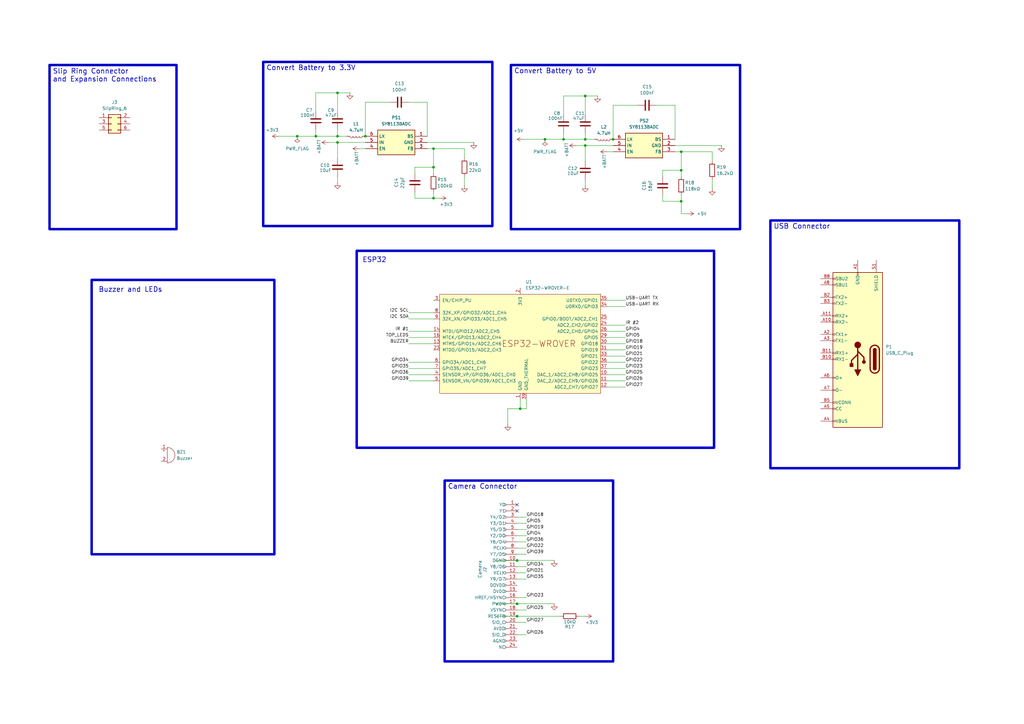
<source format=kicad_sch>
(kicad_sch (version 20250114) (generator "eeschema") (generator_version "9.0")
  (paper "A3")
  (lib_symbols
    (symbol "Connector:Conn_01x24_Socket" (pin_names (offset 1.016))
      (property "Reference" "J2" (at 2.54 -1.27 90))
      (property "Value" "Camera" (at 5.08 -1.27 90))
      (symbol "Conn_01x24_Socket_1_1"
        (polyline (pts (xy -1.27 27.94) (xy -0.508 27.94)) (stroke (width 0.1524)))
        (polyline (pts (xy -1.27 25.4) (xy -0.508 25.4)) (stroke (width 0.1524)))
        (polyline (pts (xy -1.27 22.86) (xy -0.508 22.86)) (stroke (width 0.1524)))
        (polyline (pts (xy -1.27 20.32) (xy -0.508 20.32)) (stroke (width 0.1524)))
        (polyline (pts (xy -1.27 17.78) (xy -0.508 17.78)) (stroke (width 0.1524)))
        (polyline (pts (xy -1.27 15.24) (xy -0.508 15.24)) (stroke (width 0.1524)))
        (polyline (pts (xy -1.27 12.7) (xy -0.508 12.7)) (stroke (width 0.1524)))
        (polyline (pts (xy -1.27 10.16) (xy -0.508 10.16)) (stroke (width 0.1524)))
        (polyline (pts (xy -1.27 7.62) (xy -0.508 7.62)) (stroke (width 0.1524)))
        (polyline (pts (xy -1.27 5.08) (xy -0.508 5.08)) (stroke (width 0.1524)))
        (polyline (pts (xy -1.27 2.54) (xy -0.508 2.54)) (stroke (width 0.1524)))
        (polyline (pts (xy -1.27 0) (xy -0.508 0)) (stroke (width 0.1524)))
        (polyline (pts (xy -1.27 -2.54) (xy -0.508 -2.54)) (stroke (width 0.1524)))
        (polyline (pts (xy -1.27 -5.08) (xy -0.508 -5.08)) (stroke (width 0.1524)))
        (polyline (pts (xy -1.27 -7.62) (xy -0.508 -7.62)) (stroke (width 0.1524)))
        (polyline (pts (xy -1.27 -10.16) (xy -0.508 -10.16)) (stroke (width 0.1524)))
        (polyline (pts (xy -1.27 -12.7) (xy -0.508 -12.7)) (stroke (width 0.1524)))
        (polyline (pts (xy -1.27 -15.24) (xy -0.508 -15.24)) (stroke (width 0.1524)))
        (polyline (pts (xy -1.27 -17.78) (xy -0.508 -17.78)) (stroke (width 0.1524)))
        (polyline (pts (xy -1.27 -20.32) (xy -0.508 -20.32)) (stroke (width 0.1524)))
        (polyline (pts (xy -1.27 -22.86) (xy -0.508 -22.86)) (stroke (width 0.1524)))
        (polyline (pts (xy -1.27 -25.4) (xy -0.508 -25.4)) (stroke (width 0.1524)))
        (polyline (pts (xy -1.27 -27.94) (xy -0.508 -27.94)) (stroke (width 0.1524)))
        (polyline (pts (xy -1.27 -30.48) (xy -0.508 -30.48)) (stroke (width 0.1524)))
        (arc (start 0 27.432) (mid -0.5058 27.94) (end 0 28.448) (stroke (width 0.1524)))
        (arc (start 0 24.892) (mid -0.5058 25.4) (end 0 25.908) (stroke (width 0.1524)))
        (arc (start 0 22.352) (mid -0.5058 22.86) (end 0 23.368) (stroke (width 0.1524)))
        (arc (start 0 19.812) (mid -0.5058 20.32) (end 0 20.828) (stroke (width 0.1524)))
        (arc (start 0 17.272) (mid -0.5058 17.78) (end 0 18.288) (stroke (width 0.1524)))
        (arc (start 0 14.732) (mid -0.5058 15.24) (end 0 15.748) (stroke (width 0.1524)))
        (arc (start 0 12.192) (mid -0.5058 12.7) (end 0 13.208) (stroke (width 0.1524)))
        (arc (start 0 9.652) (mid -0.5058 10.16) (end 0 10.668) (stroke (width 0.1524)))
        (arc (start 0 7.112) (mid -0.5058 7.62) (end 0 8.128) (stroke (width 0.1524)))
        (arc (start 0 4.572) (mid -0.5058 5.08) (end 0 5.588) (stroke (width 0.1524)))
        (arc (start 0 2.032) (mid -0.5058 2.54) (end 0 3.048) (stroke (width 0.1524)))
        (arc (start 0 -0.508) (mid -0.5058 0) (end 0 0.508) (stroke (width 0.1524)))
        (arc (start 0 -3.048) (mid -0.5058 -2.54) (end 0 -2.032) (stroke (width 0.1524)))
        (arc (start 0 -5.588) (mid -0.5058 -5.08) (end 0 -4.572) (stroke (width 0.1524)))
        (arc (start 0 -8.128) (mid -0.5058 -7.62) (end 0 -7.112) (stroke (width 0.1524)))
        (arc (start 0 -10.668) (mid -0.5058 -10.16) (end 0 -9.652) (stroke (width 0.1524)))
        (arc (start 0 -13.208) (mid -0.5058 -12.7) (end 0 -12.192) (stroke (width 0.1524)))
        (arc (start 0 -15.748) (mid -0.5058 -15.24) (end 0 -14.732) (stroke (width 0.1524)))
        (arc (start 0 -18.288) (mid -0.5058 -17.78) (end 0 -17.272) (stroke (width 0.1524)))
        (arc (start 0 -20.828) (mid -0.5058 -20.32) (end 0 -19.812) (stroke (width 0.1524)))
        (arc (start 0 -23.368) (mid -0.5058 -22.86) (end 0 -22.352) (stroke (width 0.1524)))
        (arc (start 0 -25.908) (mid -0.5058 -25.4) (end 0 -24.892) (stroke (width 0.1524)))
        (arc (start 0 -28.448) (mid -0.5058 -27.94) (end 0 -27.432) (stroke (width 0.1524)))
        (arc (start 0 -30.988) (mid -0.5058 -30.48) (end 0 -29.972) (stroke (width 0.1524)))
        (pin passive line (at -5.08 27.94 0) (length 3.81) (name "Y0") (number "1"))
        (pin passive line (at -5.08 25.4 0) (length 3.81) (name "Y1") (number "2"))
        (pin passive line (at -5.08 22.86 0) (length 3.81) (name "Y4/D2") (number "3"))
        (pin passive line (at -5.08 20.32 0) (length 3.81) (name "Y3/D1") (number "4"))
        (pin passive line (at -5.08 17.78 0) (length 3.81) (name "Y5/D3") (number "5"))
        (pin passive line (at -5.08 15.24 0) (length 3.81) (name "Y2/D0") (number "6"))
        (pin passive line (at -5.08 12.7 0) (length 3.81) (name "Y6/D4") (number "7"))
        (pin passive line (at -5.08 10.16 0) (length 3.81) (name "PCLK") (number "8"))
        (pin passive line (at -5.08 7.62 0) (length 3.81) (name "Y7/D5") (number "9"))
        (pin passive line (at -5.08 5.08 0) (length 3.81) (name "DGND") (number "10"))
        (pin passive line (at -5.08 2.54 0) (length 3.81) (name "Y8/D6") (number "11"))
        (pin passive line (at -5.08 0 0) (length 3.81) (name "XCLK") (number "12"))
        (pin passive line (at -5.08 -2.54 0) (length 3.81) (name "Y9/D7") (number "13"))
        (pin passive line (at -5.08 -5.08 0) (length 3.81) (name "DOVDD") (number "14"))
        (pin passive line (at -5.08 -7.62 0) (length 3.81) (name "DVDD") (number "15"))
        (pin passive line (at -5.08 -10.16 0) (length 3.81) (name "HREF/HSYNC") (number "16"))
        (pin passive line (at -5.08 -12.7 0) (length 3.81) (name "PWDN") (number "17"))
        (pin passive line (at -5.08 -15.24 0) (length 3.81) (name "VSYNC") (number "18"))
        (pin passive line (at -5.08 -17.78 0) (length 3.81) (name "RESETB") (number "19"))
        (pin passive line (at -5.08 -20.32 0) (length 3.81) (name "SIO_C") (number "20"))
        (pin passive line (at -5.08 -22.86 0) (length 3.81) (name "AVDD") (number "21"))
        (pin passive line (at -5.08 -25.4 0) (length 3.81) (name "SIO_D") (number "22"))
        (pin passive line (at -5.08 -27.94 0) (length 3.81) (name "AGND") (number "23"))
        (pin passive line (at -5.08 -30.48 0) (length 3.81) (name "NC") (number "24"))
      )
    )
    (symbol "Connector:USB_C_Plug" (pin_names (offset 1.016))
      (property "Reference" "P" (at -10.16 29.21 0))
      (property "Value" "USB_C_Plug" (at 10.16 29.21 0))
      (symbol "USB_C_Plug_0_0"
        (rectangle (start -0.254 -35.56) (end 0.254 -34.544))
        (rectangle (start 10.16 25.654) (end 9.144 25.146))
        (rectangle (start 10.16 20.574) (end 9.144 20.066))
        (rectangle (start 10.16 18.034) (end 9.144 17.526))
        (rectangle (start 10.16 12.954) (end 9.144 12.446))
        (rectangle (start 10.16 7.874) (end 9.144 7.366))
        (rectangle (start 10.16 0.254) (end 9.144 -0.254))
        (rectangle (start 10.16 -2.286) (end 9.144 -2.794))
        (rectangle (start 10.16 -7.366) (end 9.144 -7.874))
        (rectangle (start 10.16 -9.906) (end 9.144 -10.414))
        (rectangle (start 10.16 -14.986) (end 9.144 -15.494))
        (rectangle (start 10.16 -17.526) (end 9.144 -18.034))
        (rectangle (start 10.16 -22.606) (end 9.144 -23.114))
        (rectangle (start 10.16 -25.146) (end 9.144 -25.654))
        (rectangle (start 10.16 -30.226) (end 9.144 -30.734))
        (rectangle (start 10.16 -32.766) (end 9.144 -33.274))
      )
      (symbol "USB_C_Plug_0_1"
        (rectangle (start -10.16 27.94) (end 10.16 -35.56) (stroke (width 0.254)) (fill (type background)))
        (polyline (pts (xy -8.89 -3.81) (xy -8.89 3.81)) (stroke (width 0.508)))
        (rectangle (start -7.62 -3.81) (end -6.35 3.81) (stroke (width 0.254)) (fill (type outline)))
        (arc (start -7.62 3.81) (mid -6.985 4.4423) (end -6.35 3.81) (stroke (width 0.254)))
        (arc (start -7.62 3.81) (mid -6.985 4.4423) (end -6.35 3.81) (stroke (width 0.254)) (fill (type outline)))
        (arc (start -8.89 3.81) (mid -6.985 5.7067) (end -5.08 3.81) (stroke (width 0.508)))
        (arc (start -5.08 -3.81) (mid -6.985 -5.7067) (end -8.89 -3.81) (stroke (width 0.508)))
        (arc (start -6.35 -3.81) (mid -6.985 -4.4423) (end -7.62 -3.81) (stroke (width 0.254)))
        (arc (start -6.35 -3.81) (mid -6.985 -4.4423) (end -7.62 -3.81) (stroke (width 0.254)) (fill (type outline)))
        (polyline (pts (xy -5.08 3.81) (xy -5.08 -3.81)) (stroke (width 0.508)))
      )
      (symbol "USB_C_Plug_1_1"
        (circle (center -2.54 1.143) (radius 0.635) (stroke (width 0.254)) (fill (type outline)))
        (polyline (pts (xy -1.27 4.318) (xy 0 6.858) (xy 1.27 4.318) (xy -1.27 4.318)) (stroke (width 0.254)) (fill (type outline)))
        (polyline (pts (xy 0 -2.032) (xy 2.54 0.508) (xy 2.54 1.778)) (stroke (width 0.508)))
        (polyline (pts (xy 0 -3.302) (xy -2.54 -0.762) (xy -2.54 0.508)) (stroke (width 0.508)))
        (polyline (pts (xy 0 -5.842) (xy 0 4.318)) (stroke (width 0.508)))
        (circle (center 0 -5.842) (radius 1.27) (fill (type outline)))
        (rectangle (start 1.905 1.778) (end 3.175 3.048) (stroke (width 0.254)) (fill (type outline)))
        (pin passive line (at -7.62 -40.64 90) (length 5.08) (name "SHIELD") (number "S1"))
        (pin passive line (at 0 -40.64 90) (length 5.08) (name "GND") (number "A1"))
        (pin passive line (at 0 -40.64 90) (length 5.08) (hide yes) (name "GND") (number "A12"))
        (pin passive line (at 0 -40.64 90) (length 5.08) (hide yes) (name "GND") (number "B1"))
        (pin passive line (at 0 -40.64 90) (length 5.08) (hide yes) (name "GND") (number "B12"))
        (pin passive line (at 15.24 25.4 180) (length 5.08) (name "VBUS") (number "A4"))
        (pin passive line (at 15.24 25.4 180) (length 5.08) (hide yes) (name "VBUS") (number "A9"))
        (pin passive line (at 15.24 25.4 180) (length 5.08) (hide yes) (name "VBUS") (number "B4"))
        (pin passive line (at 15.24 25.4 180) (length 5.08) (hide yes) (name "VBUS") (number "B9"))
        (pin bidirectional line (at 15.24 20.32 180) (length 5.08) (name "CC") (number "A5"))
        (pin bidirectional line (at 15.24 17.78 180) (length 5.08) (name "VCONN") (number "B5"))
        (pin bidirectional line (at 15.24 12.7 180) (length 5.08) (name "D-") (number "A7"))
        (pin bidirectional line (at 15.24 7.62 180) (length 5.08) (name "D+") (number "A6"))
        (pin bidirectional line (at 15.24 0 180) (length 5.08) (name "RX1-") (number "B10"))
        (pin bidirectional line (at 15.24 -2.54 180) (length 5.08) (name "RX1+") (number "B11"))
        (pin bidirectional line (at 15.24 -7.62 180) (length 5.08) (name "TX1-") (number "A3"))
        (pin bidirectional line (at 15.24 -10.16 180) (length 5.08) (name "TX1+") (number "A2"))
        (pin bidirectional line (at 15.24 -15.24 180) (length 5.08) (name "RX2-") (number "A10"))
        (pin bidirectional line (at 15.24 -17.78 180) (length 5.08) (name "RX2+") (number "A11"))
        (pin bidirectional line (at 15.24 -22.86 180) (length 5.08) (name "TX2-") (number "B3"))
        (pin bidirectional line (at 15.24 -25.4 180) (length 5.08) (name "TX2+") (number "B2"))
        (pin bidirectional line (at 15.24 -30.48 180) (length 5.08) (name "SBU1") (number "A8"))
        (pin bidirectional line (at 15.24 -33.02 180) (length 5.08) (name "SBU2") (number "B8"))
      )
    )
    (symbol "Connector_Generic:Conn_02x03_Odd_Even" (pin_names (offset 1.016) (hide yes))
      (property "Reference" "J" (at 1.27 5.08 0))
      (property "Value" "Conn_02x03_Odd_Even" (at 1.27 -5.08 0))
      (symbol "Conn_02x03_Odd_Even_1_1"
        (rectangle (start -1.27 3.81) (end 3.81 -3.81) (stroke (width 0.254)) (fill (type background)))
        (rectangle (start -1.27 2.667) (end 0 2.413) (stroke (width 0.1524)))
        (rectangle (start -1.27 0.127) (end 0 -0.127) (stroke (width 0.1524)))
        (rectangle (start -1.27 -2.413) (end 0 -2.667) (stroke (width 0.1524)))
        (rectangle (start 3.81 2.667) (end 2.54 2.413) (stroke (width 0.1524)))
        (rectangle (start 3.81 0.127) (end 2.54 -0.127) (stroke (width 0.1524)))
        (rectangle (start 3.81 -2.413) (end 2.54 -2.667) (stroke (width 0.1524)))
        (pin passive line (at -5.08 2.54 0) (length 3.81) (name "Pin_1") (number "1"))
        (pin passive line (at -5.08 0 0) (length 3.81) (name "Pin_3") (number "3"))
        (pin passive line (at -5.08 -2.54 0) (length 3.81) (name "Pin_5") (number "5"))
        (pin passive line (at 7.62 2.54 180) (length 3.81) (name "Pin_2") (number "2"))
        (pin passive line (at 7.62 0 180) (length 3.81) (name "Pin_4") (number "4"))
        (pin passive line (at 7.62 -2.54 180) (length 3.81) (name "Pin_6") (number "6"))
      )
    )
    (symbol "Device:Buzzer" (pin_names (offset 0.0254) (hide yes))
      (property "Reference" "BZ" (at 3.81 1.27 0))
      (property "Value" "Buzzer" (at 3.81 -1.27 0))
      (symbol "Buzzer_0_1"
        (polyline (pts (xy -1.651 1.905) (xy -1.143 1.905)))
        (polyline (pts (xy -1.397 2.159) (xy -1.397 1.651)))
        (arc (start 0 3.175) (mid 3.1612 0) (end 0 -3.175))
        (polyline (pts (xy 0 3.175) (xy 0 -3.175)))
      )
      (symbol "Buzzer_1_1"
        (pin passive line (at -2.54 2.54 0) (length 2.54) (name "+") (number "1"))
        (pin passive line (at -2.54 -2.54 0) (length 2.54) (name "-") (number "2"))
      )
    )
    (symbol "Device:C" (pin_numbers (hide yes)) (pin_names (offset 0.254))
      (property "Reference" "C" (at 0.635 2.54 0))
      (property "Value" "C" (at 0.635 -2.54 0))
      (symbol "C_0_1"
        (polyline (pts (xy -2.032 0.762) (xy 2.032 0.762)) (stroke (width 0.508)))
        (polyline (pts (xy -2.032 -0.762) (xy 2.032 -0.762)) (stroke (width 0.508)))
      )
      (symbol "C_1_1"
        (pin passive line (at 0 3.81 270) (length 2.794) (name "~") (number "1"))
        (pin passive line (at 0 -3.81 90) (length 2.794) (name "~") (number "2"))
      )
    )
    (symbol "Device:L" (pin_numbers (hide yes)) (pin_names (offset 1.016) (hide yes))
      (property "Reference" "L" (at -1.27 0 90))
      (property "Value" "L" (at 1.905 0 90))
      (symbol "L_0_1"
        (arc (start 0 2.54) (mid 0.6323 1.905) (end 0 1.27))
        (arc (start 0 1.27) (mid 0.6323 0.635) (end 0 0))
        (arc (start 0 0) (mid 0.6323 -0.635) (end 0 -1.27))
        (arc (start 0 -1.27) (mid 0.6323 -1.905) (end 0 -2.54))
      )
      (symbol "L_1_1"
        (pin passive line (at 0 3.81 270) (length 1.27) (name "1") (number "1"))
        (pin passive line (at 0 -3.81 90) (length 1.27) (name "2") (number "2"))
      )
    )
    (symbol "Device:R" (pin_numbers (hide yes)) (pin_names (offset 0))
      (property "Reference" "R" (at 2.032 0 90))
      (property "Value" "R" (at 0 0 90))
      (symbol "R_0_1"
        (rectangle (start -1.016 -2.54) (end 1.016 2.54) (stroke (width 0.254)))
      )
      (symbol "R_1_1"
        (pin passive line (at 0 3.81 270) (length 1.27) (name "~") (number "1"))
        (pin passive line (at 0 -3.81 90) (length 1.27) (name "~") (number "2"))
      )
    )
    (symbol "PCM_Espressif:ESP32-WROVER-E" (pin_names (offset 1.016))
      (property "Reference" "U" (at -30.48 25.4 0))
      (property "Value" "ESP32-WROVER-E" (at -30.48 22.86 0))
      (symbol "ESP32-WROVER-E_0_1"
        (rectangle (start -33.02 20.32) (end 33.02 -20.32) (fill (type background)))
      )
      (symbol "ESP32-WROVER-E_1_1"
        (text "ESP32-­WROVER" (at 7.62 0 0) (effects (font (size 2.54 2.54))))
        (pin input line (at -35.56 17.78 0) (length 2.54) (name "EN/CHIP_PU") (number "3"))
        (pin bidirectional line (at -35.56 12.7 0) (length 2.54) (name "32K_XP/GPIO32/ADC1_CH4") (number "8"))
        (pin bidirectional line (at -35.56 10.16 0) (length 2.54) (name "32K_XN/GPIO33/ADC1_CH5") (number "9"))
        (pin bidirectional line (at -35.56 5.08 0) (length 2.54) (name "MTDI/GPIO12/ADC2_CH5") (number "14"))
        (pin bidirectional line (at -35.56 2.54 0) (length 2.54) (name "MTCK/GPIO13/ADC2_CH4") (number "16"))
        (pin bidirectional line (at -35.56 0 0) (length 2.54) (name "MTMS/GPIO14/ADC2_CH6") (number "13"))
        (pin bidirectional line (at -35.56 -2.54 0) (length 2.54) (name "MTDO/GPIO15/ADC2_CH3") (number "23"))
        (pin input line (at -35.56 -7.62 0) (length 2.54) (name "GPIO34/ADC1_CH6") (number "6"))
        (pin input line (at -35.56 -10.16 0) (length 2.54) (name "GPIO35/ADC1_CH7") (number "7"))
        (pin input line (at -35.56 -12.7 0) (length 2.54) (name "SENSOR_VP/GPIO36/ADC1_CH0") (number "4"))
        (pin input line (at -35.56 -15.24 0) (length 2.54) (name "SENSOR_VN/GPIO39/ADC1_CH3") (number "5"))
        (pin power_in line (at 0 22.86 270) (length 2.54) (name "3V3") (number "2"))
        (pin power_in line (at 0 -22.86 90) (length 2.54) (name "GND") (number "1"))
        (pin passive line (at 0 -22.86 90) (length 2.54) (hide yes) (name "GND") (number "15"))
        (pin passive line (at 0 -22.86 90) (length 2.54) (hide yes) (name "GND") (number "38"))
        (pin power_in line (at 2.54 -22.86 90) (length 2.54) (name "GND_THERMAL") (number "39"))
        (pin bidirectional line (at 35.56 17.78 180) (length 2.54) (name "U0TXD/GPIO1") (number "35"))
        (pin bidirectional line (at 35.56 15.24 180) (length 2.54) (name "U0RXD/GPIO3") (number "34"))
        (pin bidirectional line (at 35.56 10.16 180) (length 2.54) (name "GPIO0/BOOT/ADC2_CH1") (number "25"))
        (pin bidirectional line (at 35.56 7.62 180) (length 2.54) (name "ADC2_CH2/GPIO2") (number "24"))
        (pin bidirectional line (at 35.56 5.08 180) (length 2.54) (name "ADC2_CH0/GPIO4") (number "26"))
        (pin bidirectional line (at 35.56 2.54 180) (length 2.54) (name "GPIO5") (number "29"))
        (pin bidirectional line (at 35.56 0 180) (length 2.54) (name "GPIO18") (number "30"))
        (pin bidirectional line (at 35.56 -2.54 180) (length 2.54) (name "GPIO19") (number "31"))
        (pin bidirectional line (at 35.56 -5.08 180) (length 2.54) (name "GPIO21") (number "33"))
        (pin bidirectional line (at 35.56 -7.62 180) (length 2.54) (name "GPIO22") (number "36"))
        (pin bidirectional line (at 35.56 -10.16 180) (length 2.54) (name "GPIO23") (number "37"))
        (pin bidirectional line (at 35.56 -12.7 180) (length 2.54) (name "DAC_1/ADC2_CH8/GPIO25") (number "10"))
        (pin bidirectional line (at 35.56 -15.24 180) (length 2.54) (name "DAC_2/ADC2_CH9/GPIO26") (number "11"))
        (pin bidirectional line (at 35.56 -17.78 180) (length 2.54) (name "ADC2_CH7/GPIO27") (number "12"))
      )
    )
    (symbol "SY8113BADC:SY8113BADC"
      (property "Reference" "PS" (at 21.59 7.62 0))
      (property "Value" "SY8113BADC" (at 21.59 5.08 0))
      (symbol "SY8113BADC_1_1"
        (rectangle (start 5.08 2.54) (end 20.32 -7.62) (stroke (width 0.254)) (fill (type background)))
        (pin passive line (at 0 0 0) (length 5.08) (name "BS") (number "1"))
        (pin passive line (at 0 -2.54 0) (length 5.08) (name "GND") (number "2"))
        (pin passive line (at 0 -5.08 0) (length 5.08) (name "FB") (number "3"))
        (pin passive line (at 25.4 0 180) (length 5.08) (name "LX") (number "6"))
        (pin passive line (at 25.4 -2.54 180) (length 5.08) (name "IN") (number "5"))
        (pin passive line (at 25.4 -5.08 180) (length 5.08) (name "EN") (number "4"))
      )
    )
    (symbol "power:+3V3" (power) (pin_numbers (hide yes)) (pin_names (offset 0) (hide yes))
      (property "Value" "+3V3" (at 0 3.556 0))
      (symbol "+3V3_0_1"
        (polyline (pts (xy -0.762 1.27) (xy 0 2.54)))
        (polyline (pts (xy 0 2.54) (xy 0.762 1.27)))
        (polyline (pts (xy 0 0) (xy 0 2.54)))
      )
      (symbol "+3V3_1_1"
        (pin power_in line (at 0 0 90) (length 0) (name "~") (number "1"))
      )
    )
    (symbol "power:+5V" (power) (pin_numbers (hide yes)) (pin_names (offset 0) (hide yes))
      (property "Value" "+5V" (at 0 3.556 0))
      (symbol "+5V_0_1"
        (polyline (pts (xy -0.762 1.27) (xy 0 2.54)))
        (polyline (pts (xy 0 2.54) (xy 0.762 1.27)))
        (polyline (pts (xy 0 0) (xy 0 2.54)))
      )
      (symbol "+5V_1_1"
        (pin power_in line (at 0 0 90) (length 0) (name "~") (number "1"))
      )
    )
    (symbol "power:+BATT" (power) (pin_numbers (hide yes)) (pin_names (offset 0) (hide yes))
      (property "Value" "+BATT" (at 0 3.556 0))
      (symbol "+BATT_0_1"
        (polyline (pts (xy -0.762 1.27) (xy 0 2.54)))
        (polyline (pts (xy 0 2.54) (xy 0.762 1.27)))
        (polyline (pts (xy 0 0) (xy 0 2.54)))
      )
      (symbol "+BATT_1_1"
        (pin power_in line (at 0 0 90) (length 0) (name "~") (number "1"))
      )
    )
    (symbol "power:GND" (power) (pin_numbers (hide yes)) (pin_names (offset 0) (hide yes))
      (property "Value" "GND" (at 0 -3.81 0))
      (symbol "GND_0_1"
        (polyline (pts (xy 0 0) (xy 0 -1.27) (xy 1.27 -1.27) (xy 0 -2.54) (xy -1.27 -1.27) (xy 0 -1.27)))
      )
      (symbol "GND_1_1"
        (pin power_in line (at 0 0 270) (length 0) (name "~") (number "1"))
      )
    )
    (symbol "power:PWR_FLAG" (power) (pin_numbers (hide yes)) (pin_names (offset 0) (hide yes))
      (property "Value" "PWR_FLAG" (at 0 3.81 0))
      (symbol "PWR_FLAG_0_0"
        (pin power_out line (at 0 0 90) (length 0) (name "~") (number "1"))
      )
      (symbol "PWR_FLAG_0_1"
        (polyline (pts (xy 0 0) (xy 0 1.27) (xy -1.016 1.905) (xy 0 2.54) (xy 1.016 1.905) (xy 0 1.27)))
      )
    )
  )
  (rectangle (start 107.95 25.4) (end 201.93 92.71) (stroke (width 1.016)))
  (rectangle (start 37.592 114.808) (end 112.522 227.33) (stroke (width 1.016)))
  (rectangle (start 182.372 197.104) (end 251.46 271.272) (stroke (width 1.016)))
  (rectangle (start 20.32 26.67) (end 72.39 93.98) (stroke (width 1.016)))
  (rectangle (start 315.976 90.424) (end 393.446 192.024) (stroke (width 1.016)))
  (rectangle (start 146.304 102.87) (end 292.862 183.642) (stroke (width 1.016)))
  (rectangle (start 209.55 26.67) (end 303.53 93.98) (stroke (width 1.016)))
  (text "USB Connector" (at 317.246 92.964 0) (effects (font (size 2.032 2.032) (thickness 0.254) (bold yes)) (justify left)))
  (text "Convert Battery to 5V" (at 210.82 29.21 0) (effects (font (size 2.032 2.032) (thickness 0.254) (bold yes)) (justify left)))
  (text "ESP32" (at 148.59 106.68 0) (effects (font (size 2.032 2.032) (thickness 0.254) (bold yes)) (justify left)))
  (text "Camera Connector" (at 183.642 199.644 0) (effects (font (size 2.032 2.032) (thickness 0.254) (bold yes)) (justify left)))
  (text "Slip Ring Connector\nand Expansion Connections" (at 21.59 30.988 0) (effects (font (size 2.032 2.032) (thickness 0.254) (bold yes)) (justify left)))
  (text "Convert Battery to 3.3V" (at 109.22 27.94 0) (effects (font (size 2.032 2.032) (thickness 0.254) (bold yes)) (justify left)))
  (text "Buzzer and LEDs\n" (at 40.386 118.872 0) (effects (font (size 2.032 2.032) (thickness 0.254) (bold yes)) (justify left)))
  (junction (at 240.03 59.69))
  (junction (at 213.36 167.64))
  (junction (at 129.54 55.88))
  (junction (at 251.46 57.15))
  (junction (at 138.43 55.88))
  (junction (at 240.03 39.37))
  (junction (at 212.09 252.73))
  (junction (at 279.4 82.55))
  (junction (at 138.43 58.42))
  (junction (at 138.43 38.1))
  (junction (at 149.86 55.88))
  (junction (at 121.92 55.88))
  (junction (at 223.52 57.15))
  (junction (at 177.8 81.28))
  (junction (at 279.4 69.85))
  (junction (at 177.8 60.96))
  (junction (at 231.14 57.15))
  (junction (at 279.4 62.23))
  (junction (at 177.8 68.58))
  (junction (at 212.09 229.87))
  (junction (at 212.09 247.65))
  (junction (at 240.03 57.15))
  (no_connect (at 212.09 207.01))
  (no_connect (at 212.09 209.55))
  (wire (pts (xy 170.18 78.74) (xy 170.18 81.28)))
  (wire (pts (xy 251.46 43.18) (xy 251.46 57.15)))
  (wire (pts (xy 167.64 135.89) (xy 177.8 135.89)))
  (wire (pts (xy 292.1 77.47) (xy 292.1 73.66)))
  (wire (pts (xy 223.52 57.15) (xy 231.14 57.15)))
  (wire (pts (xy 271.78 82.55) (xy 279.4 82.55)))
  (wire (pts (xy 212.09 219.71) (xy 215.9 219.71)))
  (wire (pts (xy 212.09 237.49) (xy 215.9 237.49)))
  (wire (pts (xy 215.9 163.83) (xy 215.9 167.64)))
  (wire (pts (xy 276.86 43.18) (xy 276.86 57.15)))
  (wire (pts (xy 212.09 245.11) (xy 215.9 245.11)))
  (wire (pts (xy 212.09 234.95) (xy 215.9 234.95)))
  (wire (pts (xy 175.26 41.91) (xy 175.26 55.88)))
  (wire (pts (xy 212.09 247.65) (xy 227.33 247.65)))
  (wire (pts (xy 160.02 41.91) (xy 149.86 41.91)))
  (wire (pts (xy 208.28 167.64) (xy 208.28 173.99)))
  (wire (pts (xy 248.92 138.43) (xy 256.54 138.43)))
  (wire (pts (xy 271.78 80.01) (xy 271.78 82.55)))
  (wire (pts (xy 231.14 54.61) (xy 231.14 57.15)))
  (wire (pts (xy 213.36 163.83) (xy 213.36 167.64)))
  (wire (pts (xy 231.14 57.15) (xy 240.03 57.15)))
  (wire (pts (xy 214.63 57.15) (xy 223.52 57.15)))
  (wire (pts (xy 269.24 43.18) (xy 276.86 43.18)))
  (wire (pts (xy 248.92 156.21) (xy 256.54 156.21)))
  (wire (pts (xy 248.92 123.19) (xy 256.54 123.19)))
  (wire (pts (xy 129.54 38.1) (xy 129.54 45.72)))
  (wire (pts (xy 180.34 81.28) (xy 177.8 81.28)))
  (wire (pts (xy 248.92 158.75) (xy 256.54 158.75)))
  (wire (pts (xy 248.92 153.67) (xy 256.54 153.67)))
  (wire (pts (xy 177.8 68.58) (xy 177.8 71.12)))
  (wire (pts (xy 167.64 130.81) (xy 177.8 130.81)))
  (wire (pts (xy 248.92 143.51) (xy 256.54 143.51)))
  (wire (pts (xy 248.92 146.05) (xy 256.54 146.05)))
  (wire (pts (xy 147.32 60.96) (xy 149.86 60.96)))
  (wire (pts (xy 271.78 69.85) (xy 279.4 69.85)))
  (wire (pts (xy 292.1 66.04) (xy 292.1 62.23)))
  (wire (pts (xy 231.14 39.37) (xy 240.03 39.37)))
  (wire (pts (xy 248.92 62.23) (xy 251.46 62.23)))
  (wire (pts (xy 190.5 64.77) (xy 190.5 60.96)))
  (wire (pts (xy 138.43 58.42) (xy 149.86 58.42)))
  (wire (pts (xy 279.4 62.23) (xy 276.86 62.23)))
  (wire (pts (xy 261.62 43.18) (xy 251.46 43.18)))
  (wire (pts (xy 248.92 125.73) (xy 256.54 125.73)))
  (wire (pts (xy 212.09 232.41) (xy 215.9 232.41)))
  (wire (pts (xy 208.28 167.64) (xy 213.36 167.64)))
  (wire (pts (xy 149.86 41.91) (xy 149.86 55.88)))
  (wire (pts (xy 170.18 68.58) (xy 177.8 68.58)))
  (wire (pts (xy 212.09 227.33) (xy 215.9 227.33)))
  (wire (pts (xy 248.92 140.97) (xy 256.54 140.97)))
  (wire (pts (xy 167.64 153.67) (xy 177.8 153.67)))
  (wire (pts (xy 240.03 59.69) (xy 251.46 59.69)))
  (wire (pts (xy 279.4 82.55) (xy 279.4 80.01)))
  (wire (pts (xy 295.91 59.69) (xy 276.86 59.69)))
  (wire (pts (xy 279.4 87.63) (xy 279.4 82.55)))
  (wire (pts (xy 203.2 252.73) (xy 212.09 252.73)))
  (wire (pts (xy 240.03 57.15) (xy 243.84 57.15)))
  (wire (pts (xy 121.92 55.88) (xy 129.54 55.88)))
  (wire (pts (xy 212.09 229.87) (xy 227.33 229.87)))
  (wire (pts (xy 170.18 71.12) (xy 170.18 68.58)))
  (wire (pts (xy 279.4 62.23) (xy 292.1 62.23)))
  (wire (pts (xy 177.8 60.96) (xy 190.5 60.96)))
  (wire (pts (xy 212.09 252.73) (xy 229.87 252.73)))
  (wire (pts (xy 212.09 222.25) (xy 215.9 222.25)))
  (wire (pts (xy 138.43 53.34) (xy 138.43 55.88)))
  (wire (pts (xy 212.09 250.19) (xy 215.9 250.19)))
  (wire (pts (xy 177.8 81.28) (xy 177.8 78.74)))
  (wire (pts (xy 170.18 81.28) (xy 177.8 81.28)))
  (wire (pts (xy 245.11 39.37) (xy 240.03 39.37)))
  (wire (pts (xy 190.5 76.2) (xy 190.5 72.39)))
  (wire (pts (xy 212.09 260.35) (xy 215.9 260.35)))
  (wire (pts (xy 271.78 72.39) (xy 271.78 69.85)))
  (wire (pts (xy 114.3 55.88) (xy 121.92 55.88)))
  (wire (pts (xy 240.03 73.66) (xy 240.03 76.2)))
  (wire (pts (xy 177.8 60.96) (xy 175.26 60.96)))
  (wire (pts (xy 240.03 59.69) (xy 240.03 66.04)))
  (wire (pts (xy 240.03 54.61) (xy 240.03 57.15)))
  (wire (pts (xy 212.09 212.09) (xy 215.9 212.09)))
  (wire (pts (xy 167.64 151.13) (xy 177.8 151.13)))
  (wire (pts (xy 279.4 62.23) (xy 279.4 69.85)))
  (wire (pts (xy 240.03 39.37) (xy 240.03 46.99)))
  (wire (pts (xy 143.51 38.1) (xy 138.43 38.1)))
  (wire (pts (xy 138.43 38.1) (xy 138.43 45.72)))
  (wire (pts (xy 212.09 224.79) (xy 215.9 224.79)))
  (wire (pts (xy 212.09 214.63) (xy 215.9 214.63)))
  (wire (pts (xy 129.54 53.34) (xy 129.54 55.88)))
  (wire (pts (xy 167.64 41.91) (xy 175.26 41.91)))
  (wire (pts (xy 167.64 138.43) (xy 177.8 138.43)))
  (wire (pts (xy 203.2 229.87) (xy 212.09 229.87)))
  (wire (pts (xy 167.64 156.21) (xy 177.8 156.21)))
  (wire (pts (xy 248.92 148.59) (xy 256.54 148.59)))
  (wire (pts (xy 134.62 58.42) (xy 138.43 58.42)))
  (wire (pts (xy 129.54 55.88) (xy 138.43 55.88)))
  (wire (pts (xy 237.49 252.73) (xy 240.03 252.73)))
  (wire (pts (xy 138.43 58.42) (xy 138.43 64.77)))
  (wire (pts (xy 138.43 72.39) (xy 138.43 74.93)))
  (wire (pts (xy 177.8 60.96) (xy 177.8 68.58)))
  (wire (pts (xy 248.92 133.35) (xy 256.54 133.35)))
  (wire (pts (xy 167.64 148.59) (xy 177.8 148.59)))
  (wire (pts (xy 231.14 39.37) (xy 231.14 46.99)))
  (wire (pts (xy 281.94 87.63) (xy 279.4 87.63)))
  (wire (pts (xy 167.64 128.27) (xy 177.8 128.27)))
  (wire (pts (xy 212.09 217.17) (xy 215.9 217.17)))
  (wire (pts (xy 138.43 55.88) (xy 142.24 55.88)))
  (wire (pts (xy 203.2 247.65) (xy 212.09 247.65)))
  (wire (pts (xy 213.36 167.64) (xy 215.9 167.64)))
  (wire (pts (xy 212.09 255.27) (xy 215.9 255.27)))
  (wire (pts (xy 236.22 59.69) (xy 240.03 59.69)))
  (wire (pts (xy 248.92 135.89) (xy 256.54 135.89)))
  (wire (pts (xy 129.54 38.1) (xy 138.43 38.1)))
  (wire (pts (xy 167.64 140.97) (xy 177.8 140.97)))
  (wire (pts (xy 194.31 58.42) (xy 175.26 58.42)))
  (wire (pts (xy 279.4 69.85) (xy 279.4 72.39)))
  (wire (pts (xy 248.92 151.13) (xy 256.54 151.13)))
  (label "USB-UART RX" (at 256.54 125.73 0))
  (label "GPIO22" (at 256.54 148.59 0))
  (label "USB-UART TX" (at 256.54 123.19 0))
  (label "GPIO18" (at 256.54 140.97 0))
  (label "GPIO26" (at 256.54 156.21 0))
  (label "I2C SCL" (at 167.64 128.27 180))
  (label "GPIO21" (at 215.9 234.95 0))
  (label "GPIO26" (at 215.9 260.35 0))
  (label "IR #2" (at 256.54 133.35 0))
  (label "IR #1" (at 167.64 135.89 180))
  (label "GPIO21" (at 256.54 146.05 0))
  (label "GPIO27" (at 215.9 255.27 0))
  (label "GPIO36" (at 167.64 153.67 180))
  (label "GPIO5" (at 256.54 138.43 0))
  (label "BUZZER" (at 167.64 140.97 180))
  (label "GPIO34" (at 215.9 232.41 0))
  (label "GPIO18" (at 215.9 212.09 0))
  (label "GPIO25" (at 215.9 250.19 0))
  (label "GPIO22" (at 215.9 224.79 0))
  (label "GPIO25" (at 256.54 153.67 0))
  (label "GPIO34" (at 167.64 148.59 180))
  (label "GPIO4" (at 215.9 219.71 0))
  (label "GPIO39" (at 215.9 227.33 0))
  (label "GPIO39" (at 167.64 156.21 180))
  (label "GPIO35" (at 215.9 237.49 0))
  (label "GPIO27" (at 256.54 158.75 0))
  (label "GPIO19" (at 256.54 143.51 0))
  (label "GPIO19" (at 215.9 217.17 0))
  (label "TOP_LEDS" (at 167.64 138.43 180))
  (label "GPIO5" (at 215.9 214.63 0))
  (label "GPIO23" (at 215.9 245.11 0))
  (label "I2C SDA" (at 167.64 130.81 180))
  (label "GPIO35" (at 167.64 151.13 180))
  (label "GPIO4" (at 256.54 135.89 0))
  (label "GPIO23" (at 256.54 151.13 0))
  (label "GPIO36" (at 215.9 222.25 0))
  (symbol (lib_id "Device:R") (at 177.8 74.93 180) (unit 1)
    (property "Reference" "R15" (at 179.324 73.66 0) (effects (justify right)))
    (property "Value" "100kΩ" (at 179.324 76.2 0) (effects (justify right)))
    (property "Footprint" "Resistor_SMD:R_0603_1608Metric" (effects (hide yes)))
    (property "Description" "100mW Thick Film Resistors 75V ±100ppm/℃ ±1% 100kΩ 0603 Chip Resistor - Surface Mount ROHS" (effects (hide yes)))
    (property "JLCPCB Part #" "C25803" (effects (hide yes)))
    (property "MANUFACTURER" "UNI-ROYAL" (effects (hide yes)))
    (property "Manufacturer_Part_Number" "0603WAF1003T5E" (effects (hide yes)))
  )
  (symbol (lib_id "Device:R") (at 190.5 68.58 180) (unit 1)
    (property "Reference" "R16" (at 192.278 67.31 0) (effects (justify right)))
    (property "Value" "22kΩ" (at 192.278 69.85 0) (effects (justify right)))
    (property "Footprint" "Resistor_SMD:R_0603_1608Metric" (effects (hide yes)))
    (property "Description" "100mW Thick Film Resistors 75V ±100ppm/℃ ±1% 22kΩ 0603 Chip Resistor - Surface Mount ROHS" (effects (hide yes)))
    (property "JLCPCB Part #" "C31850" (effects (hide yes)))
    (property "MANUFACTURER" "UNI-ROYAL" (effects (hide yes)))
    (property "Manufacturer_Part_Number" "0603WAF2202T5E" (effects (hide yes)))
  )
  (symbol (lib_id "power:PWR_FLAG") (at 223.52 57.15 180) (unit 1)
    (property "Reference" "#FLG04" (effects (hide yes)))
    (property "Value" "PWR_FLAG" (at 223.52 62.23 0))
    (property "Description" "Special symbol for telling ERC where power comes from" (effects (hide yes)))
  )
  (symbol (lib_id "Device:C") (at 271.78 76.2 0) (unit 1)
    (property "Reference" "C16" (at 264.16 76.2 90))
    (property "Value" "18pF" (at 266.7 76.2 90))
    (property "Footprint" "Capacitor_SMD:C_0603_1608Metric" (effects (hide yes)))
  )
  (symbol (lib_id "Device:R") (at 233.68 252.73 90) (unit 1)
    (property "Reference" "R17" (at 231.648 257.048 90) (effects (justify right)))
    (property "Value" "10kΩ" (at 231.14 255.016 90) (effects (justify right)))
    (property "Footprint" "Resistor_SMD:R_0603_1608Metri" (effects (hide yes)))
  )
  (symbol (lib_id "power:+3V3") (at 180.34 81.28 270) (unit 1)
    (property "Reference" "#PWR04" (effects (hide yes)))
    (property "Value" "+3V3" (at 180.34 83.82 90) (effects (justify left)))
    (property "Description" "Power symbol creates a global label with name \"+3V3\"" (effects (hide yes)))
  )
  (symbol (lib_id "power:GND") (at 208.28 173.99 0) (unit 1)
    (property "Reference" "#PWR043" (effects (hide yes)))
    (property "Value" "GND" (effects (hide yes)))
    (property "Description" "Power symbol creates a global label with name \"GND\" , ground" (effects (hide yes)))
  )
  (symbol (lib_id "power:GND") (at 227.33 229.87 0) (unit 1)
    (property "Reference" "#PWR044" (effects (hide yes)))
    (property "Value" "GND" (effects (hide yes)))
    (property "Description" "Power symbol creates a global label with name \"GND\" , ground" (effects (hide yes)))
  )
  (symbol (lib_id "power:+3V3") (at 240.03 252.73 270) (unit 1)
    (property "Reference" "#PWR05" (effects (hide yes)))
    (property "Value" "+3V3" (at 240.03 255.27 90) (effects (justify left)))
    (property "Description" "Power symbol creates a global label with name \"+3V3\"" (effects (hide yes)))
  )
  (symbol (lib_id "Device:C") (at 138.43 49.53 180) (unit 1)
    (property "Reference" "C9" (at 134.366 45.212 0) (effects (justify right)))
    (property "Value" "47uF" (at 133.35 47.244 0) (effects (justify right)))
    (property "Footprint" "Capacitor_SMD:C_0805_2012Metric" (effects (hide yes)))
    (property "Description" "6.3V 47uF X5R ±20% 0805 Multilayer Ceramic Capacitors MLCC - SMD/SMT ROHS" (effects (hide yes)))
    (property "JLCPCB Part #" "C16780" (effects (hide yes)))
    (property "MANUFACTURER" "Samsung " (effects (hide yes)))
    (property "Manufacturer_Part_Number" "C16780" (effects (hide yes)))
  )
  (symbol (lib_id "power:GND") (at 227.33 247.65 0) (unit 1)
    (property "Reference" "#PWR045" (effects (hide yes)))
    (property "Value" "GND" (effects (hide yes)))
    (property "Description" "Power symbol creates a global label with name \"GND\" , ground" (effects (hide yes)))
  )
  (symbol (lib_id "Connector:USB_C_Plug") (at 351.79 147.32 180) (unit 1)
    (property "Reference" "P1" (at 363.22 142.2399 0) (effects (justify right)))
    (property "Value" "USB_C_Plug" (at 363.22 144.7799 0) (effects (justify right)))
    (property "Footprint" "Connector_USB:USB_C_Receptacle_HRO_TYPE-C-31-M-17" (effects (hide yes)))
    (property "Datasheet" "https://www.usb.org/sites/default/files/documents/usb_type-c.zip" (effects (hide yes)))
    (property "Description" "USB Type-C Plug connector" (effects (hide yes)))
  )
  (symbol (lib_id "power:+5V") (at 281.94 87.63 270) (unit 1)
    (property "Reference" "#PWR01" (effects (hide yes)))
    (property "Value" "+5V" (at 285.75 87.6299 90) (effects (justify left)))
    (property "Description" "Power symbol creates a global label with name \"+5V\"" (effects (hide yes)))
  )
  (symbol (lib_id "power:PWR_FLAG") (at 121.92 55.88 180) (unit 1)
    (property "Reference" "#FLG03" (effects (hide yes)))
    (property "Value" "PWR_FLAG" (at 121.92 60.96 0))
    (property "Description" "Special symbol for telling ERC where power comes from" (effects (hide yes)))
  )
  (symbol (lib_id "SY8113BADC:SY8113BADC") (at 276.86 57.15 0) (mirror y) (unit 1)
    (property "Reference" "PS2" (at 264.16 49.53 0))
    (property "Value" "SY8113BADC" (at 264.16 52.07 0))
    (property "Footprint" "Thundergeddon:SOT95P285X100-6N" (effects (hide yes)))
    (property "Datasheet" "https://datasheet.lcsc.com/szlcsc/Silergy-Corp-SY8113BADC_C78989.pdf" (effects (hide yes)))
    (property "Description" "High Efficiency, 500kHz, 3A, 18V Input Synchronous Step Down Regulator" (effects (hide yes)))
    (property "Height" "1" (effects (hide yes)))
    (property "Manufacturer_Name" "Silergy" (effects (hide yes)))
    (property "Manufacturer_Part_Number" "SY8113BADC" (effects (hide yes)))
    (property "JLCPCB Part #" "C78989" (effects (hide yes)))
    (property "MANUFACTURER" "Silergy Corp" (effects (hide yes)))
  )
  (symbol (lib_id "Device:C") (at 163.83 41.91 270) (unit 1)
    (property "Reference" "C13" (at 163.83 34.29 90))
    (property "Value" "100nF" (at 163.83 36.83 90))
    (property "Footprint" "Capacitor_SMD:C_0603_1608Metric" (effects (hide yes)))
    (property "Description" "50V 100nF X7R ±10% 0603 Multilayer Ceramic Capacitors MLCC - SMD/SMT ROHS" (effects (hide yes)))
    (property "JLCPCB Part #" "C14663" (effects (hide yes)))
    (property "MANUFACTURER" "YAGEO" (effects (hide yes)))
    (property "Manufacturer_Part_Number" "CC0603KRX7R9BB104" (effects (hide yes)))
  )
  (symbol (lib_id "power:+BATT") (at 147.32 60.96 90) (unit 1)
    (property "Reference" "#PWR031" (effects (hide yes)))
    (property "Value" "+BATT" (at 146.304 65.024 0))
    (property "Description" "Power symbol creates a global label with name \"+BATT\"" (effects (hide yes)))
  )
  (symbol (lib_id "Device:C") (at 170.18 74.93 0) (unit 1)
    (property "Reference" "C14" (at 162.56 74.93 90))
    (property "Value" "22pF" (at 165.1 74.93 90))
    (property "Footprint" "Capacitor_SMD:C_0603_1608Metric" (effects (hide yes)))
    (property "Description" "50V 22pF C0G ±5% 0603 Multilayer Ceramic Capacitors MLCC - SMD/SMT ROHS" (effects (hide yes)))
    (property "JLCPCB Part #" "C1653" (effects (hide yes)))
    (property "MANUFACTURER" "Samsung" (effects (hide yes)))
    (property "Manufacturer_Part_Number" "CL10C220JB8NNNC" (effects (hide yes)))
  )
  (symbol (lib_id "Device:L") (at 146.05 55.88 270) (unit 1)
    (property "Reference" "L1" (at 146.05 50.8 90))
    (property "Value" "4.7uH" (at 146.05 53.34 90))
    (property "Footprint" "Inductor_SMD:L_Changjiang_FXL0630" (effects (hide yes)))
    (property "Description" "6A 4.7uH Integrated molded inductor ±20% 9A SMD,6.6x7mm Power Inductors ROHS" (effects (hide yes)))
    (property "JLCPCB Part #" "C167220" (effects (hide yes)))
    (property "MANUFACTURER" "cjiang " (effects (hide yes)))
    (property "Manufacturer_Part_Number" "FXL0630-4R7-M" (effects (hide yes)))
  )
  (symbol (lib_id "power:GND") (at 190.5 76.2 0) (unit 1)
    (property "Reference" "#PWR039" (effects (hide yes)))
    (property "Value" "GND" (effects (hide yes)))
    (property "Description" "Power symbol creates a global label with name \"GND\" , ground" (effects (hide yes)))
  )
  (symbol (lib_id "Device:C") (at 231.14 50.8 180) (unit 1)
    (property "Reference" "C8" (at 227.076 46.482 0) (effects (justify right)))
    (property "Value" "100nF" (at 224.79 48.514 0) (effects (justify right)))
    (property "Footprint" "Capacitor_SMD:C_0603_1608Metric" (effects (hide yes)))
    (property "Description" "50V 100nF X7R ±10% 0603 Multilayer Ceramic Capacitors MLCC - SMD/SMT ROHS" (effects (hide yes)))
    (property "JLCPCB Part #" "C14663" (effects (hide yes)))
    (property "MANUFACTURER" "YAGEO" (effects (hide yes)))
    (property "Manufacturer_Part_Number" "CC0603KRX7R9BB104" (effects (hide yes)))
  )
  (symbol (lib_id "Device:L") (at 247.65 57.15 270) (unit 1)
    (property "Reference" "L2" (at 247.65 52.07 90))
    (property "Value" "4.7uH" (at 247.65 54.61 90))
    (property "Footprint" "Inductor_SMD:L_Changjiang_FXL0630" (effects (hide yes)))
    (property "Description" "6A 4.7uH Integrated molded inductor ±20% 9A SMD,6.6x7mm Power Inductors ROHS" (effects (hide yes)))
    (property "JLCPCB Part #" "C167220" (effects (hide yes)))
    (property "MANUFACTURER" "cjiang " (effects (hide yes)))
    (property "Manufacturer_Part_Number" "FXL0630-4R7-M" (effects (hide yes)))
  )
  (symbol (lib_id "power:+BATT") (at 236.22 59.69 90) (unit 1)
    (property "Reference" "#PWR025" (effects (hide yes)))
    (property "Value" "+BATT" (at 232.41 61.468 0))
    (property "Description" "Power symbol creates a global label with name \"+BATT\"" (effects (hide yes)))
  )
  (symbol (lib_id "power:GND") (at 245.11 39.37 0) (unit 1)
    (property "Reference" "#PWR027" (effects (hide yes)))
    (property "Value" "GND" (effects (hide yes)))
    (property "Description" "Power symbol creates a global label with name \"GND\" , ground" (effects (hide yes)))
  )
  (symbol (lib_id "power:+5V") (at 214.63 57.15 90) (unit 1)
    (property "Reference" "#PWR02" (effects (hide yes)))
    (property "Value" "+5V" (at 214.63 53.594 90) (effects (justify left)))
    (property "Description" "Power symbol creates a global label with name \"+5V\"" (effects (hide yes)))
  )
  (symbol (lib_id "power:+BATT") (at 134.62 58.42 90) (unit 1)
    (property "Reference" "#PWR022" (effects (hide yes)))
    (property "Value" "+BATT" (at 130.81 60.198 0))
    (property "Description" "Power symbol creates a global label with name \"+BATT\"" (effects (hide yes)))
  )
  (symbol (lib_id "Device:R") (at 279.4 76.2 180) (unit 1)
    (property "Reference" "R18" (at 280.924 74.93 0) (effects (justify right)))
    (property "Value" "118kΩ" (at 280.924 77.47 0) (effects (justify right)))
    (property "Footprint" "Resistor_SMD:R_0603_1608Metric" (effects (hide yes)))
  )
  (symbol (lib_id "Device:C") (at 240.03 50.8 180) (unit 1)
    (property "Reference" "C11" (at 235.966 46.482 0) (effects (justify right)))
    (property "Value" "47uF" (at 234.95 48.514 0) (effects (justify right)))
    (property "Footprint" "Capacitor_SMD:C_0805_2012Metric" (effects (hide yes)))
    (property "Description" "6.3V 47uF X5R ±20% 0805 Multilayer Ceramic Capacitors MLCC - SMD/SMT ROHS" (effects (hide yes)))
    (property "JLCPCB Part #" "C16780" (effects (hide yes)))
    (property "MANUFACTURER" "Samsung " (effects (hide yes)))
    (property "Manufacturer_Part_Number" "C16780" (effects (hide yes)))
  )
  (symbol (lib_id "Connector_Generic:Conn_02x03_Odd_Even") (at 45.72 50.8 0) (unit 1)
    (property "Reference" "J3" (at 46.99 41.91 0))
    (property "Value" "SlipRing_6" (at 46.99 44.45 0))
    (property "Footprint" "Connector_JST:JST_XH_B6B-XH-A_1x06_P2.50mm_Vertical" (effects (hide yes)))
    (property "Description" "1x6P 6P XH 1 Tin 2.5mm 6 -25℃~+85℃ Brass 3A Direct Insert Plugin,P=2.5mm Wire To Board Connector ROHS" (effects (hide yes)))
    (property "JLCPCB Part #" "C2908604" (effects (hide yes)))
    (property "MANUFACTURER" "JST" (effects (hide yes)))
    (property "Manufacturer_Part_Number" "XH-6A" (effects (hide yes)))
  )
  (symbol (lib_id "power:+BATT") (at 248.92 62.23 90) (unit 1)
    (property "Reference" "#PWR032" (effects (hide yes)))
    (property "Value" "+BATT" (at 247.904 66.294 0))
    (property "Description" "Power symbol creates a global label with name \"+BATT\"" (effects (hide yes)))
  )
  (symbol (lib_id "power:GND") (at 143.51 38.1 0) (unit 1)
    (property "Reference" "#PWR023" (effects (hide yes)))
    (property "Value" "GND" (effects (hide yes)))
    (property "Description" "Power symbol creates a global label with name \"GND\" , ground" (effects (hide yes)))
  )
  (symbol (lib_id "power:GND") (at 194.31 58.42 0) (unit 1)
    (property "Reference" "#PWR034" (effects (hide yes)))
    (property "Value" "GND" (effects (hide yes)))
    (property "Description" "Power symbol creates a global label with name \"GND\" , ground" (effects (hide yes)))
  )
  (symbol (lib_id "Device:C") (at 129.54 49.53 180) (unit 1)
    (property "Reference" "C7" (at 125.476 45.212 0) (effects (justify right)))
    (property "Value" "100nF" (at 123.19 47.244 0) (effects (justify right)))
    (property "Footprint" "Capacitor_SMD:C_0603_1608Metric" (effects (hide yes)))
    (property "Description" "50V 100nF X7R ±10% 0603 Multilayer Ceramic Capacitors MLCC - SMD/SMT ROHS" (effects (hide yes)))
    (property "JLCPCB Part #" "C14663" (effects (hide yes)))
    (property "MANUFACTURER" "YAGEO" (effects (hide yes)))
    (property "Manufacturer_Part_Number" "CC0603KRX7R9BB104" (effects (hide yes)))
  )
  (symbol (lib_id "power:GND") (at 295.91 59.69 0) (unit 1)
    (property "Reference" "#PWR036" (effects (hide yes)))
    (property "Value" "GND" (effects (hide yes)))
    (property "Description" "Power symbol creates a global label with name \"GND\" , ground" (effects (hide yes)))
  )
  (symbol (lib_id "Device:C") (at 265.43 43.18 270) (unit 1)
    (property "Reference" "C15" (at 265.43 35.56 90))
    (property "Value" "100nF" (at 265.43 38.1 90))
    (property "Footprint" "Capacitor_SMD:C_0603_1608Metric" (effects (hide yes)))
    (property "Description" "50V 100nF X7R ±10% 0603 Multilayer Ceramic Capacitors MLCC - SMD/SMT ROHS" (effects (hide yes)))
    (property "JLCPCB Part #" "C14663" (effects (hide yes)))
    (property "MANUFACTURER" "YAGEO" (effects (hide yes)))
    (property "Manufacturer_Part_Number" "CC0603KRX7R9BB104" (effects (hide yes)))
  )
  (symbol (lib_id "Device:Buzzer") (at 68.58 186.69 0) (unit 1)
    (property "Reference" "BZ1" (at 72.39 185.4199 0) (effects (justify left)))
    (property "Value" "Buzzer" (at 72.39 187.9599 0) (effects (justify left)))
    (property "Footprint" "Buzzer_Beeper:Buzzer_12x9.5RM7.6" (effects (hide yes)))
    (property "Description" "Buzzer, polarized" (effects (hide yes)))
  )
  (symbol (lib_id "Device:C") (at 240.03 69.85 180) (unit 1)
    (property "Reference" "C12" (at 232.918 69.088 0) (effects (justify right)))
    (property "Value" "10uF" (at 232.664 71.12 0) (effects (justify right)))
    (property "Footprint" "Capacitor_SMD:C_0805_2012Metric" (effects (hide yes)))
    (property "Description" "25V 10uF X5R ±10% 0805 Multilayer Ceramic Capacitors MLCC - SMD/SMT ROHS" (effects (hide yes)))
    (property "JLCPCB Part #" "C15850" (effects (hide yes)))
    (property "MANUFACTURER" "Samsung" (effects (hide yes)))
    (property "Manufacturer_Part_Number" "CL21A106KAYNNNE" (effects (hide yes)))
  )
  (symbol (lib_id "power:+3V3") (at 114.3 55.88 90) (unit 1)
    (property "Reference" "#PWR03" (effects (hide yes)))
    (property "Value" "+3V3" (at 114.3 53.34 90) (effects (justify left)))
    (property "Description" "Power symbol creates a global label with name \"+3V3\"" (effects (hide yes)))
  )
  (symbol (lib_id "Device:R") (at 292.1 69.85 180) (unit 1)
    (property "Reference" "R19" (at 293.878 68.58 0) (effects (justify right)))
    (property "Value" "16.2kΩ" (at 293.878 71.12 0) (effects (justify right)))
    (property "Footprint" "Resistor_SMD:R_0603_1608Metric" (effects (hide yes)))
  )
  (symbol (lib_id "PCM_Espressif:ESP32-WROVER-E") (at 213.36 140.97 0) (unit 1)
    (property "Reference" "U1" (at 215.5033 115.57 0) (effects (justify left)))
    (property "Value" "ESP32-WROVER-E" (at 215.5033 118.11 0) (effects (justify left)))
    (property "Footprint" "PCM_Espressif:ESP32-WROVER-E" (effects (hide yes)))
    (property "Datasheet" "https://www.espressif.com/sites/default/files/documentation/esp32-wrover-e_esp32-wrover-ie_datasheet_en.pdf" (effects (hide yes)))
    (property "Description" "ESP32-WROVER-E and ESP32-WROVER-IE are two powerful, generic WiFi-BT-BLE MCU modules that target a wide variety of applications, ranging from low-power sensor networks to the most demanding tasks, such as voice encoding, music streaming and MP3 decoding. ESP32-WROVER-E comes with a PCB antenna, and ESP32-WROVER-IE with an IPEX antenna. They both featurea 4 MB external SPI flash and an additional 8 MB SPI Pseudo static RAM (PSRAM)." (effects (hide yes)))
    (property "JLCPCB Part #" "C701352" (effects (hide yes)))
    (property "Manufacturer_Name" "Espressif Systems" (effects (hide yes)))
    (property "Manufacturer_Part_Number" "ESP32-WROVER-IE-N16R8" (effects (hide yes)))
  )
  (symbol (lib_id "power:GND") (at 138.43 74.93 0) (unit 1)
    (property "Reference" "#PWR024" (effects (hide yes)))
    (property "Value" "GND" (effects (hide yes)))
    (property "Description" "Power symbol creates a global label with name \"GND\" , ground" (effects (hide yes)))
  )
  (symbol (lib_id "SY8113BADC:SY8113BADC") (at 175.26 55.88 0) (mirror y) (unit 1)
    (property "Reference" "PS1" (at 162.56 48.26 0))
    (property "Value" "SY8113BADC" (at 162.56 50.8 0))
    (property "Footprint" "Thundergeddon:SOT95P285X100-6N" (effects (hide yes)))
    (property "Datasheet" "https://datasheet.lcsc.com/szlcsc/Silergy-Corp-SY8113BADC_C78989.pdf" (effects (hide yes)))
    (property "Description" "High Efficiency, 500kHz, 3A, 18V Input Synchronous Step Down Regulator" (effects (hide yes)))
    (property "Height" "1" (effects (hide yes)))
    (property "Manufacturer_Name" "Silergy" (effects (hide yes)))
    (property "Manufacturer_Part_Number" "SY8113BADC" (effects (hide yes)))
    (property "JLCPCB Part #" "C78989" (effects (hide yes)))
    (property "MANUFACTURER" "Silergy Corp" (effects (hide yes)))
  )
  (symbol (lib_id "Connector:Conn_01x24_Socket") (at 207.01 234.95 0) (mirror y) (unit 1)
    (property "Reference" "J2" (at 198.882 233.68 90))
    (property "Value" "Camera" (at 196.85 233.426 90))
    (property "Footprint" "Connector_FFC-FPC:TE_2-1734839-3_1x23-1MP_P0.5mm_Horizontal" (effects (hide yes)))
    (property "Description" "Generic connector, single row, 01x24, script generated" (effects (hide yes)))
  )
  (symbol (lib_id "Device:C") (at 138.43 68.58 180) (unit 1)
    (property "Reference" "C10" (at 131.318 67.818 0) (effects (justify right)))
    (property "Value" "10uF" (at 131.064 69.85 0) (effects (justify right)))
    (property "Footprint" "Capacitor_SMD:C_0805_2012Metric" (effects (hide yes)))
    (property "Description" "25V 10uF X5R ±10% 0805 Multilayer Ceramic Capacitors MLCC - SMD/SMT ROHS" (effects (hide yes)))
    (property "JLCPCB Part #" "C15850" (effects (hide yes)))
    (property "MANUFACTURER" "Samsung" (effects (hide yes)))
    (property "Manufacturer_Part_Number" "CL21A106KAYNNNE" (effects (hide yes)))
  )
  (symbol (lib_id "power:GND") (at 292.1 77.47 0) (unit 1)
    (property "Reference" "#PWR040" (effects (hide yes)))
    (property "Value" "GND" (effects (hide yes)))
    (property "Description" "Power symbol creates a global label with name \"GND\" , ground" (effects (hide yes)))
  )
  (symbol (lib_id "power:GND") (at 240.03 76.2 0) (unit 1)
    (property "Reference" "#PWR026" (effects (hide yes)))
    (property "Value" "GND" (effects (hide yes)))
    (property "Description" "Power symbol creates a global label with name \"GND\" , ground" (effects (hide yes)))
  )
)
</source>
